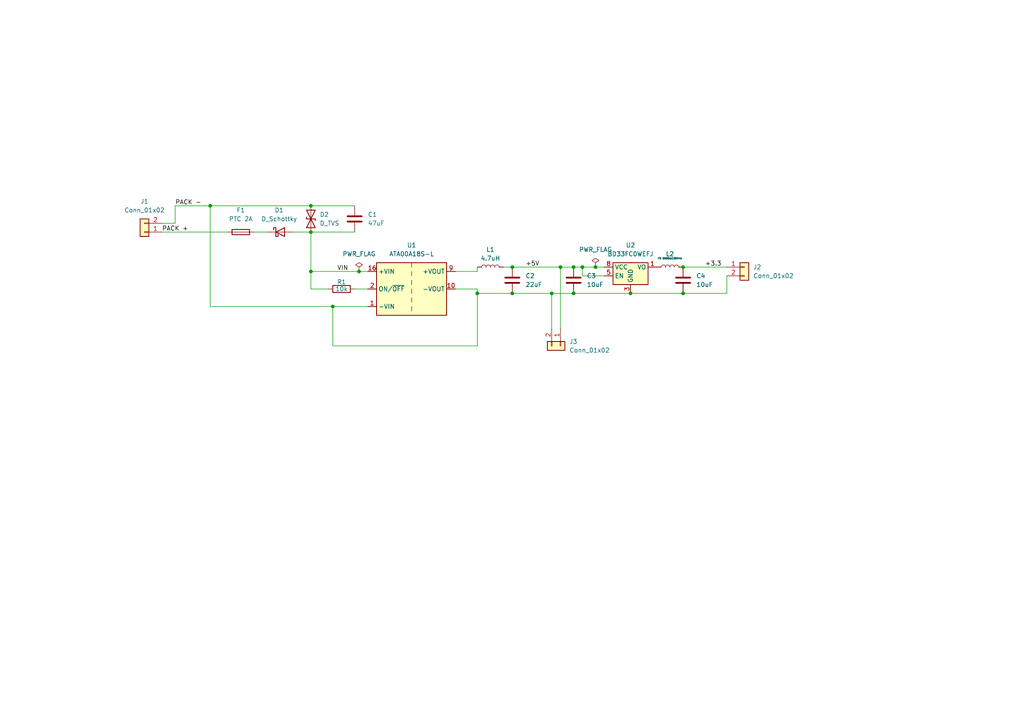
<source format=kicad_sch>
(kicad_sch
	(version 20250114)
	(generator "eeschema")
	(generator_version "9.0")
	(uuid "51163921-ff99-483c-825b-75c8d1c4a029")
	(paper "A4")
	(lib_symbols
		(symbol "Connector_Generic:Conn_01x02"
			(pin_names
				(offset 1.016)
				(hide yes)
			)
			(exclude_from_sim no)
			(in_bom yes)
			(on_board yes)
			(property "Reference" "J"
				(at 0 2.54 0)
				(effects
					(font
						(size 1.27 1.27)
					)
				)
			)
			(property "Value" "Conn_01x02"
				(at 0 -5.08 0)
				(effects
					(font
						(size 1.27 1.27)
					)
				)
			)
			(property "Footprint" ""
				(at 0 0 0)
				(effects
					(font
						(size 1.27 1.27)
					)
					(hide yes)
				)
			)
			(property "Datasheet" "~"
				(at 0 0 0)
				(effects
					(font
						(size 1.27 1.27)
					)
					(hide yes)
				)
			)
			(property "Description" "Generic connector, single row, 01x02, script generated (kicad-library-utils/schlib/autogen/connector/)"
				(at 0 0 0)
				(effects
					(font
						(size 1.27 1.27)
					)
					(hide yes)
				)
			)
			(property "ki_keywords" "connector"
				(at 0 0 0)
				(effects
					(font
						(size 1.27 1.27)
					)
					(hide yes)
				)
			)
			(property "ki_fp_filters" "Connector*:*_1x??_*"
				(at 0 0 0)
				(effects
					(font
						(size 1.27 1.27)
					)
					(hide yes)
				)
			)
			(symbol "Conn_01x02_1_1"
				(rectangle
					(start -1.27 1.27)
					(end 1.27 -3.81)
					(stroke
						(width 0.254)
						(type default)
					)
					(fill
						(type background)
					)
				)
				(rectangle
					(start -1.27 0.127)
					(end 0 -0.127)
					(stroke
						(width 0.1524)
						(type default)
					)
					(fill
						(type none)
					)
				)
				(rectangle
					(start -1.27 -2.413)
					(end 0 -2.667)
					(stroke
						(width 0.1524)
						(type default)
					)
					(fill
						(type none)
					)
				)
				(pin passive line
					(at -5.08 0 0)
					(length 3.81)
					(name "Pin_1"
						(effects
							(font
								(size 1.27 1.27)
							)
						)
					)
					(number "1"
						(effects
							(font
								(size 1.27 1.27)
							)
						)
					)
				)
				(pin passive line
					(at -5.08 -2.54 0)
					(length 3.81)
					(name "Pin_2"
						(effects
							(font
								(size 1.27 1.27)
							)
						)
					)
					(number "2"
						(effects
							(font
								(size 1.27 1.27)
							)
						)
					)
				)
			)
			(embedded_fonts no)
		)
		(symbol "Converter_DCDC:ATA00A18S-L"
			(exclude_from_sim no)
			(in_bom yes)
			(on_board yes)
			(property "Reference" "U"
				(at 0 11.43 0)
				(effects
					(font
						(size 1.27 1.27)
					)
				)
			)
			(property "Value" "ATA00A18S-L"
				(at 0 8.89 0)
				(effects
					(font
						(size 1.27 1.27)
					)
				)
			)
			(property "Footprint" "Converter_DCDC:Converter_DCDC_Artesyn_ATA_SMD"
				(at 0 -8.89 0)
				(effects
					(font
						(size 1.27 1.27)
						(italic yes)
					)
					(hide yes)
				)
			)
			(property "Datasheet" "https://www.artesyn.com/power/assets/ata_series_ds_01apr2015_79c25814fd.pdf"
				(at 0 -11.43 0)
				(effects
					(font
						(size 1.27 1.27)
					)
					(hide yes)
				)
			)
			(property "Description" "Artesyn 3W Isolated DC/DC Converter Module, 5V Output Voltage, 9-36V Input Voltage"
				(at 0 0 0)
				(effects
					(font
						(size 1.27 1.27)
					)
					(hide yes)
				)
			)
			(property "ki_keywords" "DC/DC converter single"
				(at 0 0 0)
				(effects
					(font
						(size 1.27 1.27)
					)
					(hide yes)
				)
			)
			(property "ki_fp_filters" "*Artesyn*ATA*SMD*"
				(at 0 0 0)
				(effects
					(font
						(size 1.27 1.27)
					)
					(hide yes)
				)
			)
			(symbol "ATA00A18S-L_0_1"
				(rectangle
					(start -10.16 7.62)
					(end 10.16 -7.62)
					(stroke
						(width 0.254)
						(type default)
					)
					(fill
						(type background)
					)
				)
				(polyline
					(pts
						(xy 0 7.62) (xy 0 6.35)
					)
					(stroke
						(width 0)
						(type default)
					)
					(fill
						(type none)
					)
				)
				(polyline
					(pts
						(xy 0 5.08) (xy 0 3.81)
					)
					(stroke
						(width 0)
						(type default)
					)
					(fill
						(type none)
					)
				)
				(polyline
					(pts
						(xy 0 2.54) (xy 0 1.27)
					)
					(stroke
						(width 0)
						(type default)
					)
					(fill
						(type none)
					)
				)
				(polyline
					(pts
						(xy 0 0) (xy 0 -1.27)
					)
					(stroke
						(width 0)
						(type default)
					)
					(fill
						(type none)
					)
				)
				(polyline
					(pts
						(xy 0 -2.54) (xy 0 -3.81)
					)
					(stroke
						(width 0)
						(type default)
					)
					(fill
						(type none)
					)
				)
				(polyline
					(pts
						(xy 0 -5.08) (xy 0 -6.35)
					)
					(stroke
						(width 0)
						(type default)
					)
					(fill
						(type none)
					)
				)
			)
			(symbol "ATA00A18S-L_1_1"
				(pin power_in line
					(at -12.7 5.08 0)
					(length 2.54)
					(name "+VIN"
						(effects
							(font
								(size 1.27 1.27)
							)
						)
					)
					(number "16"
						(effects
							(font
								(size 1.27 1.27)
							)
						)
					)
				)
				(pin input line
					(at -12.7 0 0)
					(length 2.54)
					(name "ON/~{OFF}"
						(effects
							(font
								(size 1.27 1.27)
							)
						)
					)
					(number "2"
						(effects
							(font
								(size 1.27 1.27)
							)
						)
					)
				)
				(pin power_in line
					(at -12.7 -5.08 0)
					(length 2.54)
					(name "-VIN"
						(effects
							(font
								(size 1.27 1.27)
							)
						)
					)
					(number "1"
						(effects
							(font
								(size 1.27 1.27)
							)
						)
					)
				)
				(pin no_connect line
					(at 10.16 -2.54 180)
					(length 2.54)
					(hide yes)
					(name "NC"
						(effects
							(font
								(size 1.27 1.27)
							)
						)
					)
					(number "7"
						(effects
							(font
								(size 1.27 1.27)
							)
						)
					)
				)
				(pin no_connect line
					(at 10.16 -5.08 180)
					(length 2.54)
					(hide yes)
					(name "NC"
						(effects
							(font
								(size 1.27 1.27)
							)
						)
					)
					(number "8"
						(effects
							(font
								(size 1.27 1.27)
							)
						)
					)
				)
				(pin power_out line
					(at 12.7 5.08 180)
					(length 2.54)
					(name "+VOUT"
						(effects
							(font
								(size 1.27 1.27)
							)
						)
					)
					(number "9"
						(effects
							(font
								(size 1.27 1.27)
							)
						)
					)
				)
				(pin power_out line
					(at 12.7 0 180)
					(length 2.54)
					(name "-VOUT"
						(effects
							(font
								(size 1.27 1.27)
							)
						)
					)
					(number "10"
						(effects
							(font
								(size 1.27 1.27)
							)
						)
					)
				)
			)
			(embedded_fonts no)
		)
		(symbol "Device:C"
			(pin_numbers
				(hide yes)
			)
			(pin_names
				(offset 0.254)
			)
			(exclude_from_sim no)
			(in_bom yes)
			(on_board yes)
			(property "Reference" "C"
				(at 0.635 2.54 0)
				(effects
					(font
						(size 1.27 1.27)
					)
					(justify left)
				)
			)
			(property "Value" "C"
				(at 0.635 -2.54 0)
				(effects
					(font
						(size 1.27 1.27)
					)
					(justify left)
				)
			)
			(property "Footprint" ""
				(at 0.9652 -3.81 0)
				(effects
					(font
						(size 1.27 1.27)
					)
					(hide yes)
				)
			)
			(property "Datasheet" "~"
				(at 0 0 0)
				(effects
					(font
						(size 1.27 1.27)
					)
					(hide yes)
				)
			)
			(property "Description" "Unpolarized capacitor"
				(at 0 0 0)
				(effects
					(font
						(size 1.27 1.27)
					)
					(hide yes)
				)
			)
			(property "ki_keywords" "cap capacitor"
				(at 0 0 0)
				(effects
					(font
						(size 1.27 1.27)
					)
					(hide yes)
				)
			)
			(property "ki_fp_filters" "C_*"
				(at 0 0 0)
				(effects
					(font
						(size 1.27 1.27)
					)
					(hide yes)
				)
			)
			(symbol "C_0_1"
				(polyline
					(pts
						(xy -2.032 0.762) (xy 2.032 0.762)
					)
					(stroke
						(width 0.508)
						(type default)
					)
					(fill
						(type none)
					)
				)
				(polyline
					(pts
						(xy -2.032 -0.762) (xy 2.032 -0.762)
					)
					(stroke
						(width 0.508)
						(type default)
					)
					(fill
						(type none)
					)
				)
			)
			(symbol "C_1_1"
				(pin passive line
					(at 0 3.81 270)
					(length 2.794)
					(name "~"
						(effects
							(font
								(size 1.27 1.27)
							)
						)
					)
					(number "1"
						(effects
							(font
								(size 1.27 1.27)
							)
						)
					)
				)
				(pin passive line
					(at 0 -3.81 90)
					(length 2.794)
					(name "~"
						(effects
							(font
								(size 1.27 1.27)
							)
						)
					)
					(number "2"
						(effects
							(font
								(size 1.27 1.27)
							)
						)
					)
				)
			)
			(embedded_fonts no)
		)
		(symbol "Device:D_Schottky"
			(pin_numbers
				(hide yes)
			)
			(pin_names
				(offset 1.016)
				(hide yes)
			)
			(exclude_from_sim no)
			(in_bom yes)
			(on_board yes)
			(property "Reference" "D"
				(at 0 2.54 0)
				(effects
					(font
						(size 1.27 1.27)
					)
				)
			)
			(property "Value" "D_Schottky"
				(at 0 -2.54 0)
				(effects
					(font
						(size 1.27 1.27)
					)
				)
			)
			(property "Footprint" ""
				(at 0 0 0)
				(effects
					(font
						(size 1.27 1.27)
					)
					(hide yes)
				)
			)
			(property "Datasheet" "~"
				(at 0 0 0)
				(effects
					(font
						(size 1.27 1.27)
					)
					(hide yes)
				)
			)
			(property "Description" "Schottky diode"
				(at 0 0 0)
				(effects
					(font
						(size 1.27 1.27)
					)
					(hide yes)
				)
			)
			(property "ki_keywords" "diode Schottky"
				(at 0 0 0)
				(effects
					(font
						(size 1.27 1.27)
					)
					(hide yes)
				)
			)
			(property "ki_fp_filters" "TO-???* *_Diode_* *SingleDiode* D_*"
				(at 0 0 0)
				(effects
					(font
						(size 1.27 1.27)
					)
					(hide yes)
				)
			)
			(symbol "D_Schottky_0_1"
				(polyline
					(pts
						(xy -1.905 0.635) (xy -1.905 1.27) (xy -1.27 1.27) (xy -1.27 -1.27) (xy -0.635 -1.27) (xy -0.635 -0.635)
					)
					(stroke
						(width 0.254)
						(type default)
					)
					(fill
						(type none)
					)
				)
				(polyline
					(pts
						(xy 1.27 1.27) (xy 1.27 -1.27) (xy -1.27 0) (xy 1.27 1.27)
					)
					(stroke
						(width 0.254)
						(type default)
					)
					(fill
						(type none)
					)
				)
				(polyline
					(pts
						(xy 1.27 0) (xy -1.27 0)
					)
					(stroke
						(width 0)
						(type default)
					)
					(fill
						(type none)
					)
				)
			)
			(symbol "D_Schottky_1_1"
				(pin passive line
					(at -3.81 0 0)
					(length 2.54)
					(name "K"
						(effects
							(font
								(size 1.27 1.27)
							)
						)
					)
					(number "1"
						(effects
							(font
								(size 1.27 1.27)
							)
						)
					)
				)
				(pin passive line
					(at 3.81 0 180)
					(length 2.54)
					(name "A"
						(effects
							(font
								(size 1.27 1.27)
							)
						)
					)
					(number "2"
						(effects
							(font
								(size 1.27 1.27)
							)
						)
					)
				)
			)
			(embedded_fonts no)
		)
		(symbol "Device:D_TVS"
			(pin_numbers
				(hide yes)
			)
			(pin_names
				(offset 1.016)
				(hide yes)
			)
			(exclude_from_sim no)
			(in_bom yes)
			(on_board yes)
			(property "Reference" "D"
				(at 0 2.54 0)
				(effects
					(font
						(size 1.27 1.27)
					)
				)
			)
			(property "Value" "D_TVS"
				(at 0 -2.54 0)
				(effects
					(font
						(size 1.27 1.27)
					)
				)
			)
			(property "Footprint" ""
				(at 0 0 0)
				(effects
					(font
						(size 1.27 1.27)
					)
					(hide yes)
				)
			)
			(property "Datasheet" "~"
				(at 0 0 0)
				(effects
					(font
						(size 1.27 1.27)
					)
					(hide yes)
				)
			)
			(property "Description" "Bidirectional transient-voltage-suppression diode"
				(at 0 0 0)
				(effects
					(font
						(size 1.27 1.27)
					)
					(hide yes)
				)
			)
			(property "ki_keywords" "diode TVS thyrector"
				(at 0 0 0)
				(effects
					(font
						(size 1.27 1.27)
					)
					(hide yes)
				)
			)
			(property "ki_fp_filters" "TO-???* *_Diode_* *SingleDiode* D_*"
				(at 0 0 0)
				(effects
					(font
						(size 1.27 1.27)
					)
					(hide yes)
				)
			)
			(symbol "D_TVS_0_1"
				(polyline
					(pts
						(xy -2.54 1.27) (xy -2.54 -1.27) (xy 2.54 1.27) (xy 2.54 -1.27) (xy -2.54 1.27)
					)
					(stroke
						(width 0.254)
						(type default)
					)
					(fill
						(type none)
					)
				)
				(polyline
					(pts
						(xy 0.508 1.27) (xy 0 1.27) (xy 0 -1.27) (xy -0.508 -1.27)
					)
					(stroke
						(width 0.254)
						(type default)
					)
					(fill
						(type none)
					)
				)
				(polyline
					(pts
						(xy 1.27 0) (xy -1.27 0)
					)
					(stroke
						(width 0)
						(type default)
					)
					(fill
						(type none)
					)
				)
			)
			(symbol "D_TVS_1_1"
				(pin passive line
					(at -3.81 0 0)
					(length 2.54)
					(name "A1"
						(effects
							(font
								(size 1.27 1.27)
							)
						)
					)
					(number "1"
						(effects
							(font
								(size 1.27 1.27)
							)
						)
					)
				)
				(pin passive line
					(at 3.81 0 180)
					(length 2.54)
					(name "A2"
						(effects
							(font
								(size 1.27 1.27)
							)
						)
					)
					(number "2"
						(effects
							(font
								(size 1.27 1.27)
							)
						)
					)
				)
			)
			(embedded_fonts no)
		)
		(symbol "Device:Fuse"
			(pin_numbers
				(hide yes)
			)
			(pin_names
				(offset 0)
			)
			(exclude_from_sim no)
			(in_bom yes)
			(on_board yes)
			(property "Reference" "F"
				(at 2.032 0 90)
				(effects
					(font
						(size 1.27 1.27)
					)
				)
			)
			(property "Value" "Fuse"
				(at -1.905 0 90)
				(effects
					(font
						(size 1.27 1.27)
					)
				)
			)
			(property "Footprint" ""
				(at -1.778 0 90)
				(effects
					(font
						(size 1.27 1.27)
					)
					(hide yes)
				)
			)
			(property "Datasheet" "~"
				(at 0 0 0)
				(effects
					(font
						(size 1.27 1.27)
					)
					(hide yes)
				)
			)
			(property "Description" "Fuse"
				(at 0 0 0)
				(effects
					(font
						(size 1.27 1.27)
					)
					(hide yes)
				)
			)
			(property "ki_keywords" "fuse"
				(at 0 0 0)
				(effects
					(font
						(size 1.27 1.27)
					)
					(hide yes)
				)
			)
			(property "ki_fp_filters" "*Fuse*"
				(at 0 0 0)
				(effects
					(font
						(size 1.27 1.27)
					)
					(hide yes)
				)
			)
			(symbol "Fuse_0_1"
				(rectangle
					(start -0.762 -2.54)
					(end 0.762 2.54)
					(stroke
						(width 0.254)
						(type default)
					)
					(fill
						(type none)
					)
				)
				(polyline
					(pts
						(xy 0 2.54) (xy 0 -2.54)
					)
					(stroke
						(width 0)
						(type default)
					)
					(fill
						(type none)
					)
				)
			)
			(symbol "Fuse_1_1"
				(pin passive line
					(at 0 3.81 270)
					(length 1.27)
					(name "~"
						(effects
							(font
								(size 1.27 1.27)
							)
						)
					)
					(number "1"
						(effects
							(font
								(size 1.27 1.27)
							)
						)
					)
				)
				(pin passive line
					(at 0 -3.81 90)
					(length 1.27)
					(name "~"
						(effects
							(font
								(size 1.27 1.27)
							)
						)
					)
					(number "2"
						(effects
							(font
								(size 1.27 1.27)
							)
						)
					)
				)
			)
			(embedded_fonts no)
		)
		(symbol "Device:L"
			(pin_numbers
				(hide yes)
			)
			(pin_names
				(offset 1.016)
				(hide yes)
			)
			(exclude_from_sim no)
			(in_bom yes)
			(on_board yes)
			(property "Reference" "L"
				(at -1.27 0 90)
				(effects
					(font
						(size 1.27 1.27)
					)
				)
			)
			(property "Value" "L"
				(at 1.905 0 90)
				(effects
					(font
						(size 1.27 1.27)
					)
				)
			)
			(property "Footprint" ""
				(at 0 0 0)
				(effects
					(font
						(size 1.27 1.27)
					)
					(hide yes)
				)
			)
			(property "Datasheet" "~"
				(at 0 0 0)
				(effects
					(font
						(size 1.27 1.27)
					)
					(hide yes)
				)
			)
			(property "Description" "Inductor"
				(at 0 0 0)
				(effects
					(font
						(size 1.27 1.27)
					)
					(hide yes)
				)
			)
			(property "ki_keywords" "inductor choke coil reactor magnetic"
				(at 0 0 0)
				(effects
					(font
						(size 1.27 1.27)
					)
					(hide yes)
				)
			)
			(property "ki_fp_filters" "Choke_* *Coil* Inductor_* L_*"
				(at 0 0 0)
				(effects
					(font
						(size 1.27 1.27)
					)
					(hide yes)
				)
			)
			(symbol "L_0_1"
				(arc
					(start 0 2.54)
					(mid 0.6323 1.905)
					(end 0 1.27)
					(stroke
						(width 0)
						(type default)
					)
					(fill
						(type none)
					)
				)
				(arc
					(start 0 1.27)
					(mid 0.6323 0.635)
					(end 0 0)
					(stroke
						(width 0)
						(type default)
					)
					(fill
						(type none)
					)
				)
				(arc
					(start 0 0)
					(mid 0.6323 -0.635)
					(end 0 -1.27)
					(stroke
						(width 0)
						(type default)
					)
					(fill
						(type none)
					)
				)
				(arc
					(start 0 -1.27)
					(mid 0.6323 -1.905)
					(end 0 -2.54)
					(stroke
						(width 0)
						(type default)
					)
					(fill
						(type none)
					)
				)
			)
			(symbol "L_1_1"
				(pin passive line
					(at 0 3.81 270)
					(length 1.27)
					(name "1"
						(effects
							(font
								(size 1.27 1.27)
							)
						)
					)
					(number "1"
						(effects
							(font
								(size 1.27 1.27)
							)
						)
					)
				)
				(pin passive line
					(at 0 -3.81 90)
					(length 1.27)
					(name "2"
						(effects
							(font
								(size 1.27 1.27)
							)
						)
					)
					(number "2"
						(effects
							(font
								(size 1.27 1.27)
							)
						)
					)
				)
			)
			(embedded_fonts no)
		)
		(symbol "Device:R"
			(pin_numbers
				(hide yes)
			)
			(pin_names
				(offset 0)
			)
			(exclude_from_sim no)
			(in_bom yes)
			(on_board yes)
			(property "Reference" "R"
				(at 2.032 0 90)
				(effects
					(font
						(size 1.27 1.27)
					)
				)
			)
			(property "Value" "R"
				(at 0 0 90)
				(effects
					(font
						(size 1.27 1.27)
					)
				)
			)
			(property "Footprint" ""
				(at -1.778 0 90)
				(effects
					(font
						(size 1.27 1.27)
					)
					(hide yes)
				)
			)
			(property "Datasheet" "~"
				(at 0 0 0)
				(effects
					(font
						(size 1.27 1.27)
					)
					(hide yes)
				)
			)
			(property "Description" "Resistor"
				(at 0 0 0)
				(effects
					(font
						(size 1.27 1.27)
					)
					(hide yes)
				)
			)
			(property "ki_keywords" "R res resistor"
				(at 0 0 0)
				(effects
					(font
						(size 1.27 1.27)
					)
					(hide yes)
				)
			)
			(property "ki_fp_filters" "R_*"
				(at 0 0 0)
				(effects
					(font
						(size 1.27 1.27)
					)
					(hide yes)
				)
			)
			(symbol "R_0_1"
				(rectangle
					(start -1.016 -2.54)
					(end 1.016 2.54)
					(stroke
						(width 0.254)
						(type default)
					)
					(fill
						(type none)
					)
				)
			)
			(symbol "R_1_1"
				(pin passive line
					(at 0 3.81 270)
					(length 1.27)
					(name "~"
						(effects
							(font
								(size 1.27 1.27)
							)
						)
					)
					(number "1"
						(effects
							(font
								(size 1.27 1.27)
							)
						)
					)
				)
				(pin passive line
					(at 0 -3.81 90)
					(length 1.27)
					(name "~"
						(effects
							(font
								(size 1.27 1.27)
							)
						)
					)
					(number "2"
						(effects
							(font
								(size 1.27 1.27)
							)
						)
					)
				)
			)
			(embedded_fonts no)
		)
		(symbol "Regulator_Linear:BD33FC0WEFJ"
			(exclude_from_sim no)
			(in_bom yes)
			(on_board yes)
			(property "Reference" "U"
				(at 0 7.62 0)
				(effects
					(font
						(size 1.27 1.27)
					)
				)
			)
			(property "Value" "BD33FC0WEFJ"
				(at 0 5.08 0)
				(effects
					(font
						(size 1.27 1.27)
					)
				)
			)
			(property "Footprint" "Package_SO:HTSOP-8-1EP_3.9x4.9mm_P1.27mm_EP2.4x3.2mm"
				(at 0 2.54 0)
				(effects
					(font
						(size 1.27 1.27)
					)
					(hide yes)
				)
			)
			(property "Datasheet" "https://fscdn.rohm.com/en/products/databook/datasheet/ic/power/linear_regulator/bdxxfc0wefj-e.pdf"
				(at -1.27 10.16 0)
				(effects
					(font
						(size 1.27 1.27)
					)
					(hide yes)
				)
			)
			(property "Description" "1A, 3.3V LDO regulator with OVP & TSP, with enable, HTSOP-J8"
				(at 0 0 0)
				(effects
					(font
						(size 1.27 1.27)
					)
					(hide yes)
				)
			)
			(property "ki_keywords" "linear regulator fixed positive over voltage protection thermal shutdown"
				(at 0 0 0)
				(effects
					(font
						(size 1.27 1.27)
					)
					(hide yes)
				)
			)
			(property "ki_fp_filters" "HTSOP*1EP*3.9x4.9mm*P1.27mm*"
				(at 0 0 0)
				(effects
					(font
						(size 1.27 1.27)
					)
					(hide yes)
				)
			)
			(symbol "BD33FC0WEFJ_1_1"
				(rectangle
					(start -5.08 -5.08)
					(end 5.08 1.27)
					(stroke
						(width 0.254)
						(type default)
					)
					(fill
						(type background)
					)
				)
				(pin power_in line
					(at -7.62 0 0)
					(length 2.54)
					(name "VCC"
						(effects
							(font
								(size 1.27 1.27)
							)
						)
					)
					(number "8"
						(effects
							(font
								(size 1.27 1.27)
							)
						)
					)
				)
				(pin input line
					(at -7.62 -2.54 0)
					(length 2.54)
					(name "EN"
						(effects
							(font
								(size 1.27 1.27)
							)
						)
					)
					(number "5"
						(effects
							(font
								(size 1.27 1.27)
							)
						)
					)
				)
				(pin no_connect line
					(at -3.81 -5.08 90)
					(length 2.54)
					(hide yes)
					(name "NC"
						(effects
							(font
								(size 1.27 1.27)
							)
						)
					)
					(number "4"
						(effects
							(font
								(size 1.27 1.27)
							)
						)
					)
				)
				(pin no_connect line
					(at -2.54 -5.08 90)
					(length 2.54)
					(hide yes)
					(name "NC"
						(effects
							(font
								(size 1.27 1.27)
							)
						)
					)
					(number "6"
						(effects
							(font
								(size 1.27 1.27)
							)
						)
					)
				)
				(pin no_connect line
					(at -1.27 -5.08 90)
					(length 2.54)
					(hide yes)
					(name "NC"
						(effects
							(font
								(size 1.27 1.27)
							)
						)
					)
					(number "7"
						(effects
							(font
								(size 1.27 1.27)
							)
						)
					)
				)
				(pin power_in line
					(at 0 -7.62 90)
					(length 2.54)
					(name "GND"
						(effects
							(font
								(size 1.27 1.27)
							)
						)
					)
					(number "3"
						(effects
							(font
								(size 1.27 1.27)
							)
						)
					)
				)
				(pin passive line
					(at 0 -7.62 90)
					(length 2.54)
					(hide yes)
					(name "GND"
						(effects
							(font
								(size 1.27 1.27)
							)
						)
					)
					(number "9"
						(effects
							(font
								(size 1.27 1.27)
							)
						)
					)
				)
				(pin no_connect line
					(at 5.08 -2.54 180)
					(length 2.54)
					(hide yes)
					(name "NC"
						(effects
							(font
								(size 1.27 1.27)
							)
						)
					)
					(number "2"
						(effects
							(font
								(size 1.27 1.27)
							)
						)
					)
				)
				(pin power_out line
					(at 7.62 0 180)
					(length 2.54)
					(name "VO"
						(effects
							(font
								(size 1.27 1.27)
							)
						)
					)
					(number "1"
						(effects
							(font
								(size 1.27 1.27)
							)
						)
					)
				)
			)
			(embedded_fonts no)
		)
		(symbol "power:PWR_FLAG"
			(power)
			(pin_numbers
				(hide yes)
			)
			(pin_names
				(offset 0)
				(hide yes)
			)
			(exclude_from_sim no)
			(in_bom yes)
			(on_board yes)
			(property "Reference" "#FLG"
				(at 0 1.905 0)
				(effects
					(font
						(size 1.27 1.27)
					)
					(hide yes)
				)
			)
			(property "Value" "PWR_FLAG"
				(at 0 3.81 0)
				(effects
					(font
						(size 1.27 1.27)
					)
				)
			)
			(property "Footprint" ""
				(at 0 0 0)
				(effects
					(font
						(size 1.27 1.27)
					)
					(hide yes)
				)
			)
			(property "Datasheet" "~"
				(at 0 0 0)
				(effects
					(font
						(size 1.27 1.27)
					)
					(hide yes)
				)
			)
			(property "Description" "Special symbol for telling ERC where power comes from"
				(at 0 0 0)
				(effects
					(font
						(size 1.27 1.27)
					)
					(hide yes)
				)
			)
			(property "ki_keywords" "flag power"
				(at 0 0 0)
				(effects
					(font
						(size 1.27 1.27)
					)
					(hide yes)
				)
			)
			(symbol "PWR_FLAG_0_0"
				(pin power_out line
					(at 0 0 90)
					(length 0)
					(name "~"
						(effects
							(font
								(size 1.27 1.27)
							)
						)
					)
					(number "1"
						(effects
							(font
								(size 1.27 1.27)
							)
						)
					)
				)
			)
			(symbol "PWR_FLAG_0_1"
				(polyline
					(pts
						(xy 0 0) (xy 0 1.27) (xy -1.016 1.905) (xy 0 2.54) (xy 1.016 1.905) (xy 0 1.27)
					)
					(stroke
						(width 0)
						(type default)
					)
					(fill
						(type none)
					)
				)
			)
			(embedded_fonts no)
		)
	)
	(junction
		(at 60.96 59.69)
		(diameter 0)
		(color 0 0 0 0)
		(uuid "19ecc4d5-0a0a-4f83-959f-3709216e9cf3")
	)
	(junction
		(at 168.91 77.47)
		(diameter 0)
		(color 0 0 0 0)
		(uuid "2244a19a-fc73-4d0f-8c63-2fc35a6d693f")
	)
	(junction
		(at 148.59 77.47)
		(diameter 0)
		(color 0 0 0 0)
		(uuid "24df5b9a-f2ff-4451-9076-9edab4962aed")
	)
	(junction
		(at 90.17 67.31)
		(diameter 0)
		(color 0 0 0 0)
		(uuid "28afe6e2-9593-47d2-9f15-bb0d8da44773")
	)
	(junction
		(at 162.56 77.47)
		(diameter 0)
		(color 0 0 0 0)
		(uuid "3e618316-3d5c-46fc-9b59-e2012bafa56a")
	)
	(junction
		(at 104.14 78.74)
		(diameter 0)
		(color 0 0 0 0)
		(uuid "4b122bcd-1a94-447a-b22e-6ea8363875f8")
	)
	(junction
		(at 182.88 85.09)
		(diameter 0)
		(color 0 0 0 0)
		(uuid "4fc53d33-605f-449a-b6ac-a2399827f68c")
	)
	(junction
		(at 198.12 77.47)
		(diameter 0)
		(color 0 0 0 0)
		(uuid "5e98c081-90ff-42e1-9ff7-facf0a2e8172")
	)
	(junction
		(at 138.43 85.09)
		(diameter 0)
		(color 0 0 0 0)
		(uuid "62acfd09-924c-4199-a91b-05c46100dad1")
	)
	(junction
		(at 160.02 85.09)
		(diameter 0)
		(color 0 0 0 0)
		(uuid "7ff82589-21d3-474f-b79a-ed1c39ff64f3")
	)
	(junction
		(at 90.17 59.69)
		(diameter 0)
		(color 0 0 0 0)
		(uuid "8eae753b-ce4c-4b1c-ae4f-295e87ea4b9f")
	)
	(junction
		(at 90.17 78.74)
		(diameter 0)
		(color 0 0 0 0)
		(uuid "97aa454c-3a41-4541-8bf8-0d6bc58337f2")
	)
	(junction
		(at 198.12 85.09)
		(diameter 0)
		(color 0 0 0 0)
		(uuid "a0dc712f-eca5-4128-b78a-78c0512beb13")
	)
	(junction
		(at 172.72 77.47)
		(diameter 0)
		(color 0 0 0 0)
		(uuid "bc7ca663-fa51-46a1-9efc-7e7701c79969")
	)
	(junction
		(at 96.52 88.9)
		(diameter 0)
		(color 0 0 0 0)
		(uuid "c2464cfd-aa0e-4714-b671-9c1c4eb94eec")
	)
	(junction
		(at 166.37 85.09)
		(diameter 0)
		(color 0 0 0 0)
		(uuid "d0425f8d-5b42-4a67-9874-74154ba2bc50")
	)
	(junction
		(at 166.37 77.47)
		(diameter 0)
		(color 0 0 0 0)
		(uuid "fab38f6d-c440-4e90-b3a2-25cf4309de2d")
	)
	(junction
		(at 148.59 85.09)
		(diameter 0)
		(color 0 0 0 0)
		(uuid "fc29c38c-ea59-4731-88cb-414c1644fc01")
	)
	(wire
		(pts
			(xy 132.08 83.82) (xy 138.43 83.82)
		)
		(stroke
			(width 0)
			(type default)
		)
		(uuid "02395c32-fc51-484f-9315-422d7df7cdfc")
	)
	(wire
		(pts
			(xy 168.91 77.47) (xy 172.72 77.47)
		)
		(stroke
			(width 0)
			(type default)
		)
		(uuid "05699240-f74f-45f4-97c8-08ca392913f5")
	)
	(wire
		(pts
			(xy 138.43 100.33) (xy 138.43 85.09)
		)
		(stroke
			(width 0)
			(type default)
		)
		(uuid "0c808c44-409d-40e9-ba91-159532ff1897")
	)
	(wire
		(pts
			(xy 104.14 78.74) (xy 90.17 78.74)
		)
		(stroke
			(width 0)
			(type default)
		)
		(uuid "125a9c4c-b8dd-4c0b-984c-7c8af8204ebb")
	)
	(wire
		(pts
			(xy 90.17 67.31) (xy 102.87 67.31)
		)
		(stroke
			(width 0)
			(type default)
		)
		(uuid "133a60a1-55c1-479f-94bc-e533eeb7ae3a")
	)
	(wire
		(pts
			(xy 96.52 100.33) (xy 138.43 100.33)
		)
		(stroke
			(width 0)
			(type default)
		)
		(uuid "14266c7f-7052-42c6-9474-614c8380e332")
	)
	(wire
		(pts
			(xy 95.25 83.82) (xy 90.17 83.82)
		)
		(stroke
			(width 0)
			(type default)
		)
		(uuid "14ecd0cb-175c-4a0b-90f0-6cf5b1e19d90")
	)
	(wire
		(pts
			(xy 146.05 77.47) (xy 148.59 77.47)
		)
		(stroke
			(width 0)
			(type default)
		)
		(uuid "210f3d93-aca5-43df-9fa4-14bf350939ef")
	)
	(wire
		(pts
			(xy 172.72 77.47) (xy 175.26 77.47)
		)
		(stroke
			(width 0)
			(type default)
		)
		(uuid "2324d93b-4492-4fcf-a98d-44c3965e63c3")
	)
	(wire
		(pts
			(xy 166.37 77.47) (xy 168.91 77.47)
		)
		(stroke
			(width 0)
			(type default)
		)
		(uuid "2d2c90dd-2710-4bb0-98dd-24c86058db87")
	)
	(wire
		(pts
			(xy 160.02 85.09) (xy 160.02 95.25)
		)
		(stroke
			(width 0)
			(type default)
		)
		(uuid "2d91fcc6-86cc-4539-b032-a6ca6a6ade17")
	)
	(wire
		(pts
			(xy 77.47 67.31) (xy 73.66 67.31)
		)
		(stroke
			(width 0)
			(type default)
		)
		(uuid "33d25ebf-9ec8-48ed-8f43-a474c85b1df7")
	)
	(wire
		(pts
			(xy 160.02 85.09) (xy 166.37 85.09)
		)
		(stroke
			(width 0)
			(type default)
		)
		(uuid "3a34b21b-565f-46b2-83c1-b6a36183cbfe")
	)
	(wire
		(pts
			(xy 106.68 83.82) (xy 102.87 83.82)
		)
		(stroke
			(width 0)
			(type default)
		)
		(uuid "3ad8f3ae-e654-40b7-8644-6aee3953dee7")
	)
	(wire
		(pts
			(xy 148.59 85.09) (xy 160.02 85.09)
		)
		(stroke
			(width 0)
			(type default)
		)
		(uuid "3cfe2a72-7d0b-4741-a7cd-23cd6046c572")
	)
	(wire
		(pts
			(xy 162.56 77.47) (xy 166.37 77.47)
		)
		(stroke
			(width 0)
			(type default)
		)
		(uuid "4312df69-7628-4b04-b73e-fd3ebe5c7c48")
	)
	(wire
		(pts
			(xy 90.17 59.69) (xy 102.87 59.69)
		)
		(stroke
			(width 0)
			(type default)
		)
		(uuid "5494026f-bf10-43ea-b9a8-ee5578e2d002")
	)
	(wire
		(pts
			(xy 182.88 85.09) (xy 198.12 85.09)
		)
		(stroke
			(width 0)
			(type default)
		)
		(uuid "591b3009-8ce2-40b6-9c32-1a5c4315b680")
	)
	(wire
		(pts
			(xy 138.43 83.82) (xy 138.43 85.09)
		)
		(stroke
			(width 0)
			(type default)
		)
		(uuid "59b8ada4-8eca-44b0-b9b0-53f7d8a35c72")
	)
	(wire
		(pts
			(xy 60.96 59.69) (xy 90.17 59.69)
		)
		(stroke
			(width 0)
			(type default)
		)
		(uuid "62a90182-c536-4a69-abaf-037807a779db")
	)
	(wire
		(pts
			(xy 50.8 59.69) (xy 60.96 59.69)
		)
		(stroke
			(width 0)
			(type default)
		)
		(uuid "68c2dcc6-a065-42e6-915b-99e10fe5e4a3")
	)
	(wire
		(pts
			(xy 90.17 78.74) (xy 90.17 67.31)
		)
		(stroke
			(width 0)
			(type default)
		)
		(uuid "69cdd609-5780-48da-a659-e8c7ad5bd393")
	)
	(wire
		(pts
			(xy 90.17 83.82) (xy 90.17 78.74)
		)
		(stroke
			(width 0)
			(type default)
		)
		(uuid "6ec371d4-06f7-4e3b-a356-8211cb5fd333")
	)
	(wire
		(pts
			(xy 106.68 78.74) (xy 104.14 78.74)
		)
		(stroke
			(width 0)
			(type default)
		)
		(uuid "6f405770-9690-41dc-af35-0c328970e772")
	)
	(wire
		(pts
			(xy 50.8 59.69) (xy 50.8 64.77)
		)
		(stroke
			(width 0)
			(type default)
		)
		(uuid "6f50ddb1-c1d1-4207-8ca8-d35292f7ee65")
	)
	(wire
		(pts
			(xy 198.12 77.47) (xy 210.82 77.47)
		)
		(stroke
			(width 0)
			(type default)
		)
		(uuid "71bff482-618b-41f6-a631-626ed027c13d")
	)
	(wire
		(pts
			(xy 148.59 77.47) (xy 162.56 77.47)
		)
		(stroke
			(width 0)
			(type default)
		)
		(uuid "78053afd-1d36-4bc9-8b53-f3f2275c3c7d")
	)
	(wire
		(pts
			(xy 50.8 64.77) (xy 46.99 64.77)
		)
		(stroke
			(width 0)
			(type default)
		)
		(uuid "81ac278b-3459-4c1d-8885-1d9f58a49348")
	)
	(wire
		(pts
			(xy 138.43 85.09) (xy 148.59 85.09)
		)
		(stroke
			(width 0)
			(type default)
		)
		(uuid "9b2e9c7c-6317-4386-b8f3-0f92219ebc7d")
	)
	(wire
		(pts
			(xy 175.26 80.01) (xy 168.91 80.01)
		)
		(stroke
			(width 0)
			(type default)
		)
		(uuid "9d48ada9-d502-4ea7-a6f6-04eacba9fc53")
	)
	(wire
		(pts
			(xy 96.52 88.9) (xy 60.96 88.9)
		)
		(stroke
			(width 0)
			(type default)
		)
		(uuid "9f757194-308d-4d48-b3cc-cba96cab1d34")
	)
	(wire
		(pts
			(xy 132.08 78.74) (xy 138.43 78.74)
		)
		(stroke
			(width 0)
			(type default)
		)
		(uuid "9f972213-8830-4655-957b-46f70092b587")
	)
	(wire
		(pts
			(xy 85.09 67.31) (xy 90.17 67.31)
		)
		(stroke
			(width 0)
			(type default)
		)
		(uuid "a045c7ef-c3a1-4fce-8297-e66414cca795")
	)
	(wire
		(pts
			(xy 166.37 85.09) (xy 182.88 85.09)
		)
		(stroke
			(width 0)
			(type default)
		)
		(uuid "b14220a7-f201-4c28-b190-805d4aac5fcd")
	)
	(wire
		(pts
			(xy 138.43 78.74) (xy 138.43 77.47)
		)
		(stroke
			(width 0)
			(type default)
		)
		(uuid "bb147a42-8b3a-479a-a99f-b54140755c45")
	)
	(wire
		(pts
			(xy 96.52 88.9) (xy 96.52 100.33)
		)
		(stroke
			(width 0)
			(type default)
		)
		(uuid "c380817c-a73e-44c7-a4c0-8ced9867b7eb")
	)
	(wire
		(pts
			(xy 106.68 88.9) (xy 96.52 88.9)
		)
		(stroke
			(width 0)
			(type default)
		)
		(uuid "c38b3345-76c5-4648-8f45-59fc6f1328ee")
	)
	(wire
		(pts
			(xy 60.96 88.9) (xy 60.96 59.69)
		)
		(stroke
			(width 0)
			(type default)
		)
		(uuid "d2921451-dfa0-4b36-806d-9502eded42ca")
	)
	(wire
		(pts
			(xy 162.56 95.25) (xy 162.56 77.47)
		)
		(stroke
			(width 0)
			(type default)
		)
		(uuid "d5c7dd12-2f00-497e-bdf1-50c68c2fd7ac")
	)
	(wire
		(pts
			(xy 210.82 80.01) (xy 210.82 85.09)
		)
		(stroke
			(width 0)
			(type default)
		)
		(uuid "da585ef1-3438-4d66-800a-976e8d62a254")
	)
	(wire
		(pts
			(xy 198.12 85.09) (xy 210.82 85.09)
		)
		(stroke
			(width 0)
			(type default)
		)
		(uuid "e6010a10-5d4a-4eca-99c6-cfa1c8ae2952")
	)
	(wire
		(pts
			(xy 168.91 80.01) (xy 168.91 77.47)
		)
		(stroke
			(width 0)
			(type default)
		)
		(uuid "ed91a507-a7be-4cf2-b5a7-e269a0d726d8")
	)
	(wire
		(pts
			(xy 46.99 67.31) (xy 66.04 67.31)
		)
		(stroke
			(width 0)
			(type default)
		)
		(uuid "f0750375-d7e1-4f3e-bbdc-00a7de0bd47c")
	)
	(label "+3.3 "
		(at 204.47 77.47 0)
		(effects
			(font
				(size 1.27 1.27)
			)
			(justify left bottom)
		)
		(uuid "79e9629e-cf55-4ef6-9406-5819cfbb9f43")
	)
	(label "+5V"
		(at 152.4 77.47 0)
		(effects
			(font
				(size 1.27 1.27)
			)
			(justify left bottom)
		)
		(uuid "a80f3ef8-d700-4fb4-b699-b55065701adb")
	)
	(label "PACK -"
		(at 50.8 59.69 0)
		(effects
			(font
				(size 1.27 1.27)
			)
			(justify left bottom)
		)
		(uuid "b2bd98d6-0b20-4909-8901-704af3f06447")
	)
	(label "VIN"
		(at 97.79 78.74 0)
		(effects
			(font
				(size 1.27 1.27)
			)
			(justify left bottom)
		)
		(uuid "bc1064bc-22a9-4092-8c6b-9a4a57e6f039")
	)
	(label "PACK +"
		(at 46.99 67.31 0)
		(effects
			(font
				(size 1.27 1.27)
			)
			(justify left bottom)
		)
		(uuid "fbdc9bff-4e84-4f38-89fc-7edb5ed615b4")
	)
	(symbol
		(lib_id "Connector_Generic:Conn_01x02")
		(at 215.9 77.47 0)
		(unit 1)
		(exclude_from_sim no)
		(in_bom yes)
		(on_board yes)
		(dnp no)
		(fields_autoplaced yes)
		(uuid "0bfdc484-f71d-482c-8ca3-c2eb2919129c")
		(property "Reference" "J2"
			(at 218.44 77.4699 0)
			(effects
				(font
					(size 1.27 1.27)
				)
				(justify left)
			)
		)
		(property "Value" "Conn_01x02"
			(at 218.44 80.0099 0)
			(effects
				(font
					(size 1.27 1.27)
				)
				(justify left)
			)
		)
		(property "Footprint" ""
			(at 215.9 77.47 0)
			(effects
				(font
					(size 1.27 1.27)
				)
				(hide yes)
			)
		)
		(property "Datasheet" "~"
			(at 215.9 77.47 0)
			(effects
				(font
					(size 1.27 1.27)
				)
				(hide yes)
			)
		)
		(property "Description" "Generic connector, single row, 01x02, script generated (kicad-library-utils/schlib/autogen/connector/)"
			(at 215.9 77.47 0)
			(effects
				(font
					(size 1.27 1.27)
				)
				(hide yes)
			)
		)
		(pin "1"
			(uuid "d8c2c034-11a8-4682-8561-139b15dffb2f")
		)
		(pin "2"
			(uuid "9d5db487-951b-45b7-ab07-850c32c49ee1")
		)
		(instances
			(project "Task 2 Regulated output"
				(path "/51163921-ff99-483c-825b-75c8d1c4a029"
					(reference "J2")
					(unit 1)
				)
			)
		)
	)
	(symbol
		(lib_id "Device:L")
		(at 142.24 77.47 90)
		(unit 1)
		(exclude_from_sim no)
		(in_bom yes)
		(on_board yes)
		(dnp no)
		(fields_autoplaced yes)
		(uuid "28cddf02-ba5c-4aa7-8e0f-f697cf960f44")
		(property "Reference" "L1"
			(at 142.24 72.39 90)
			(effects
				(font
					(size 1.27 1.27)
				)
			)
		)
		(property "Value" "4.7uH"
			(at 142.24 74.93 90)
			(effects
				(font
					(size 1.27 1.27)
				)
			)
		)
		(property "Footprint" ""
			(at 142.24 77.47 0)
			(effects
				(font
					(size 1.27 1.27)
				)
				(hide yes)
			)
		)
		(property "Datasheet" "~"
			(at 142.24 77.47 0)
			(effects
				(font
					(size 1.27 1.27)
				)
				(hide yes)
			)
		)
		(property "Description" "Inductor"
			(at 142.24 77.47 0)
			(effects
				(font
					(size 1.27 1.27)
				)
				(hide yes)
			)
		)
		(pin "2"
			(uuid "5dd1884b-3f55-4669-b85e-a6f59d430b47")
		)
		(pin "1"
			(uuid "4a37c487-2cc6-4795-99c4-6967d5e1e604")
		)
		(instances
			(project ""
				(path "/51163921-ff99-483c-825b-75c8d1c4a029"
					(reference "L1")
					(unit 1)
				)
			)
		)
	)
	(symbol
		(lib_id "Device:C")
		(at 102.87 63.5 0)
		(unit 1)
		(exclude_from_sim no)
		(in_bom yes)
		(on_board yes)
		(dnp no)
		(fields_autoplaced yes)
		(uuid "316653c8-1c34-4b0d-9e10-0f13782e3556")
		(property "Reference" "C1"
			(at 106.68 62.2299 0)
			(effects
				(font
					(size 1.27 1.27)
				)
				(justify left)
			)
		)
		(property "Value" "47uF"
			(at 106.68 64.7699 0)
			(effects
				(font
					(size 1.27 1.27)
				)
				(justify left)
			)
		)
		(property "Footprint" ""
			(at 103.8352 67.31 0)
			(effects
				(font
					(size 1.27 1.27)
				)
				(hide yes)
			)
		)
		(property "Datasheet" "~"
			(at 102.87 63.5 0)
			(effects
				(font
					(size 1.27 1.27)
				)
				(hide yes)
			)
		)
		(property "Description" "Unpolarized capacitor"
			(at 102.87 63.5 0)
			(effects
				(font
					(size 1.27 1.27)
				)
				(hide yes)
			)
		)
		(pin "2"
			(uuid "696edc13-3d36-47a8-953f-8c3fe30423b1")
		)
		(pin "1"
			(uuid "6b2df013-1ff6-40fe-8622-5819bca6a7cb")
		)
		(instances
			(project ""
				(path "/51163921-ff99-483c-825b-75c8d1c4a029"
					(reference "C1")
					(unit 1)
				)
			)
		)
	)
	(symbol
		(lib_id "Device:C")
		(at 166.37 81.28 0)
		(unit 1)
		(exclude_from_sim no)
		(in_bom yes)
		(on_board yes)
		(dnp no)
		(uuid "474c9245-67fa-46bd-8fe5-8a2b8d83fc11")
		(property "Reference" "C3"
			(at 170.18 80.0099 0)
			(effects
				(font
					(size 1.27 1.27)
				)
				(justify left)
			)
		)
		(property "Value" "10uF"
			(at 170.18 82.5499 0)
			(effects
				(font
					(size 1.27 1.27)
				)
				(justify left)
			)
		)
		(property "Footprint" ""
			(at 167.3352 85.09 0)
			(effects
				(font
					(size 1.27 1.27)
				)
				(hide yes)
			)
		)
		(property "Datasheet" "~"
			(at 166.37 81.28 0)
			(effects
				(font
					(size 1.27 1.27)
				)
				(hide yes)
			)
		)
		(property "Description" "Unpolarized capacitor"
			(at 166.37 81.28 0)
			(effects
				(font
					(size 1.27 1.27)
				)
				(hide yes)
			)
		)
		(pin "1"
			(uuid "1f75b53e-7b01-49be-81c6-13634be433a4")
		)
		(pin "2"
			(uuid "f79764a6-6357-4e79-aa3c-bb1758c09683")
		)
		(instances
			(project ""
				(path "/51163921-ff99-483c-825b-75c8d1c4a029"
					(reference "C3")
					(unit 1)
				)
			)
		)
	)
	(symbol
		(lib_id "power:PWR_FLAG")
		(at 172.72 77.47 0)
		(unit 1)
		(exclude_from_sim no)
		(in_bom yes)
		(on_board yes)
		(dnp no)
		(fields_autoplaced yes)
		(uuid "5da44b30-0fe5-4bdf-817d-7aa010c9290e")
		(property "Reference" "#FLG02"
			(at 172.72 75.565 0)
			(effects
				(font
					(size 1.27 1.27)
				)
				(hide yes)
			)
		)
		(property "Value" "PWR_FLAG"
			(at 172.72 72.39 0)
			(effects
				(font
					(size 1.27 1.27)
				)
			)
		)
		(property "Footprint" ""
			(at 172.72 77.47 0)
			(effects
				(font
					(size 1.27 1.27)
				)
				(hide yes)
			)
		)
		(property "Datasheet" "~"
			(at 172.72 77.47 0)
			(effects
				(font
					(size 1.27 1.27)
				)
				(hide yes)
			)
		)
		(property "Description" "Special symbol for telling ERC where power comes from"
			(at 172.72 77.47 0)
			(effects
				(font
					(size 1.27 1.27)
				)
				(hide yes)
			)
		)
		(pin "1"
			(uuid "ddf0e74a-0368-4134-93ec-19201739bf88")
		)
		(instances
			(project ""
				(path "/51163921-ff99-483c-825b-75c8d1c4a029"
					(reference "#FLG02")
					(unit 1)
				)
			)
		)
	)
	(symbol
		(lib_id "Device:Fuse")
		(at 69.85 67.31 90)
		(unit 1)
		(exclude_from_sim no)
		(in_bom yes)
		(on_board yes)
		(dnp no)
		(fields_autoplaced yes)
		(uuid "5db8b208-54d5-4c04-97c0-80f625efb6ca")
		(property "Reference" "F1"
			(at 69.85 60.96 90)
			(effects
				(font
					(size 1.27 1.27)
				)
			)
		)
		(property "Value" "PTC 2A"
			(at 69.85 63.5 90)
			(effects
				(font
					(size 1.27 1.27)
				)
			)
		)
		(property "Footprint" ""
			(at 69.85 69.088 90)
			(effects
				(font
					(size 1.27 1.27)
				)
				(hide yes)
			)
		)
		(property "Datasheet" "~"
			(at 69.85 67.31 0)
			(effects
				(font
					(size 1.27 1.27)
				)
				(hide yes)
			)
		)
		(property "Description" "Fuse"
			(at 69.85 67.31 0)
			(effects
				(font
					(size 1.27 1.27)
				)
				(hide yes)
			)
		)
		(pin "1"
			(uuid "cd543736-f4dd-434e-ab02-84621eaece27")
		)
		(pin "2"
			(uuid "68ba515c-acc3-4f30-ae38-bb646601ca78")
		)
		(instances
			(project ""
				(path "/51163921-ff99-483c-825b-75c8d1c4a029"
					(reference "F1")
					(unit 1)
				)
			)
		)
	)
	(symbol
		(lib_id "Device:C")
		(at 198.12 81.28 0)
		(unit 1)
		(exclude_from_sim no)
		(in_bom yes)
		(on_board yes)
		(dnp no)
		(fields_autoplaced yes)
		(uuid "8261d332-09a3-48d4-8378-0dbf222c4d44")
		(property "Reference" "C4"
			(at 201.93 80.0099 0)
			(effects
				(font
					(size 1.27 1.27)
				)
				(justify left)
			)
		)
		(property "Value" "10uF"
			(at 201.93 82.5499 0)
			(effects
				(font
					(size 1.27 1.27)
				)
				(justify left)
			)
		)
		(property "Footprint" ""
			(at 199.0852 85.09 0)
			(effects
				(font
					(size 1.27 1.27)
				)
				(hide yes)
			)
		)
		(property "Datasheet" "~"
			(at 198.12 81.28 0)
			(effects
				(font
					(size 1.27 1.27)
				)
				(hide yes)
			)
		)
		(property "Description" "Unpolarized capacitor"
			(at 198.12 81.28 0)
			(effects
				(font
					(size 1.27 1.27)
				)
				(hide yes)
			)
		)
		(pin "1"
			(uuid "a0cc8081-6fbc-4dfb-a679-ad0b1c8d7850")
		)
		(pin "2"
			(uuid "7c306b73-2618-43eb-84b7-2fc047cfbe7d")
		)
		(instances
			(project "Task 2 Regulated output"
				(path "/51163921-ff99-483c-825b-75c8d1c4a029"
					(reference "C4")
					(unit 1)
				)
			)
		)
	)
	(symbol
		(lib_id "Device:L")
		(at 194.31 77.47 90)
		(unit 1)
		(exclude_from_sim no)
		(in_bom yes)
		(on_board yes)
		(dnp no)
		(fields_autoplaced yes)
		(uuid "8f040d29-0934-4837-b86f-60e1bec40527")
		(property "Reference" "L2"
			(at 194.31 73.66 90)
			(effects
				(font
					(size 1.27 1.27)
				)
			)
		)
		(property "Value" "FB 600Ω@100MHz"
			(at 194.31 74.93 90)
			(effects
				(font
					(size 0.508 0.508)
				)
			)
		)
		(property "Footprint" ""
			(at 194.31 77.47 0)
			(effects
				(font
					(size 1.27 1.27)
				)
				(hide yes)
			)
		)
		(property "Datasheet" "~"
			(at 194.31 77.47 0)
			(effects
				(font
					(size 1.27 1.27)
				)
				(hide yes)
			)
		)
		(property "Description" "Inductor"
			(at 194.31 77.47 0)
			(effects
				(font
					(size 1.27 1.27)
				)
				(hide yes)
			)
		)
		(pin "2"
			(uuid "30b5d7b6-afa2-477c-bd32-a2b5c043703a")
		)
		(pin "1"
			(uuid "dbb05ccc-b494-413a-957b-a13a6daf975f")
		)
		(instances
			(project "Task 2 Regulated output"
				(path "/51163921-ff99-483c-825b-75c8d1c4a029"
					(reference "L2")
					(unit 1)
				)
			)
		)
	)
	(symbol
		(lib_id "Regulator_Linear:BD33FC0WEFJ")
		(at 182.88 77.47 0)
		(unit 1)
		(exclude_from_sim no)
		(in_bom yes)
		(on_board yes)
		(dnp no)
		(fields_autoplaced yes)
		(uuid "95915c84-bdcd-4fc2-881c-649dd5fe3bf7")
		(property "Reference" "U2"
			(at 182.88 71.12 0)
			(effects
				(font
					(size 1.27 1.27)
				)
			)
		)
		(property "Value" "BD33FC0WEFJ"
			(at 182.88 73.66 0)
			(effects
				(font
					(size 1.27 1.27)
				)
			)
		)
		(property "Footprint" "Package_SO:HTSOP-8-1EP_3.9x4.9mm_P1.27mm_EP2.4x3.2mm"
			(at 182.88 74.93 0)
			(effects
				(font
					(size 1.27 1.27)
				)
				(hide yes)
			)
		)
		(property "Datasheet" "https://fscdn.rohm.com/en/products/databook/datasheet/ic/power/linear_regulator/bdxxfc0wefj-e.pdf"
			(at 181.61 67.31 0)
			(effects
				(font
					(size 1.27 1.27)
				)
				(hide yes)
			)
		)
		(property "Description" "1A, 3.3V LDO regulator with OVP & TSP, with enable, HTSOP-J8"
			(at 182.88 77.47 0)
			(effects
				(font
					(size 1.27 1.27)
				)
				(hide yes)
			)
		)
		(pin "2"
			(uuid "679b7f78-28ca-49bb-a25e-bf61dbbc476d")
		)
		(pin "5"
			(uuid "cdb61845-6f38-4104-8316-601b68dbe9f5")
		)
		(pin "8"
			(uuid "644027cc-2785-4af8-95e0-0bfa60b23c0f")
		)
		(pin "3"
			(uuid "1173478f-74fe-4aff-9628-05b36b8b39df")
		)
		(pin "6"
			(uuid "2f7464c3-3c7a-47d9-a0ff-063e39166a74")
		)
		(pin "7"
			(uuid "a20831ef-cf75-4e6c-a2ac-d3660d788707")
		)
		(pin "9"
			(uuid "8ce0fefc-9367-41f1-8875-196c467657ca")
		)
		(pin "4"
			(uuid "e8713728-7bcb-4ae3-b208-0e960c6033d4")
		)
		(pin "1"
			(uuid "593abb80-8998-4e69-97cc-2b6b996bf769")
		)
		(instances
			(project ""
				(path "/51163921-ff99-483c-825b-75c8d1c4a029"
					(reference "U2")
					(unit 1)
				)
			)
		)
	)
	(symbol
		(lib_id "Device:D_TVS")
		(at 90.17 63.5 270)
		(unit 1)
		(exclude_from_sim no)
		(in_bom yes)
		(on_board yes)
		(dnp no)
		(fields_autoplaced yes)
		(uuid "a41ba403-24ce-42b4-a9ee-b318b84fdff3")
		(property "Reference" "D2"
			(at 92.71 62.2299 90)
			(effects
				(font
					(size 1.27 1.27)
				)
				(justify left)
			)
		)
		(property "Value" "D_TVS"
			(at 92.71 64.7699 90)
			(effects
				(font
					(size 1.27 1.27)
				)
				(justify left)
			)
		)
		(property "Footprint" ""
			(at 90.17 63.5 0)
			(effects
				(font
					(size 1.27 1.27)
				)
				(hide yes)
			)
		)
		(property "Datasheet" "~"
			(at 90.17 63.5 0)
			(effects
				(font
					(size 1.27 1.27)
				)
				(hide yes)
			)
		)
		(property "Description" "Bidirectional transient-voltage-suppression diode"
			(at 90.17 63.5 0)
			(effects
				(font
					(size 1.27 1.27)
				)
				(hide yes)
			)
		)
		(pin "1"
			(uuid "8ff3d9e8-cccb-4b9f-9f02-0d06cd7c146a")
		)
		(pin "2"
			(uuid "032180d3-e8b2-42cb-93df-c1d4932484ab")
		)
		(instances
			(project ""
				(path "/51163921-ff99-483c-825b-75c8d1c4a029"
					(reference "D2")
					(unit 1)
				)
			)
		)
	)
	(symbol
		(lib_id "Connector_Generic:Conn_01x02")
		(at 41.91 67.31 180)
		(unit 1)
		(exclude_from_sim no)
		(in_bom yes)
		(on_board yes)
		(dnp no)
		(fields_autoplaced yes)
		(uuid "a9eb942a-5db6-421d-9af2-8ff2549884d4")
		(property "Reference" "J1"
			(at 41.91 58.42 0)
			(effects
				(font
					(size 1.27 1.27)
				)
			)
		)
		(property "Value" "Conn_01x02"
			(at 41.91 60.96 0)
			(effects
				(font
					(size 1.27 1.27)
				)
			)
		)
		(property "Footprint" ""
			(at 41.91 67.31 0)
			(effects
				(font
					(size 1.27 1.27)
				)
				(hide yes)
			)
		)
		(property "Datasheet" "~"
			(at 41.91 67.31 0)
			(effects
				(font
					(size 1.27 1.27)
				)
				(hide yes)
			)
		)
		(property "Description" "Generic connector, single row, 01x02, script generated (kicad-library-utils/schlib/autogen/connector/)"
			(at 41.91 67.31 0)
			(effects
				(font
					(size 1.27 1.27)
				)
				(hide yes)
			)
		)
		(pin "1"
			(uuid "80e22508-8104-47ac-9ea2-67ed9808e53a")
		)
		(pin "2"
			(uuid "9c2cb354-8b16-492f-9136-997a45a7b90b")
		)
		(instances
			(project ""
				(path "/51163921-ff99-483c-825b-75c8d1c4a029"
					(reference "J1")
					(unit 1)
				)
			)
		)
	)
	(symbol
		(lib_id "Device:C")
		(at 148.59 81.28 180)
		(unit 1)
		(exclude_from_sim no)
		(in_bom yes)
		(on_board yes)
		(dnp no)
		(fields_autoplaced yes)
		(uuid "ae5b050d-b44e-4b59-91f8-0d1fd84dd586")
		(property "Reference" "C2"
			(at 152.4 80.0099 0)
			(effects
				(font
					(size 1.27 1.27)
				)
				(justify right)
			)
		)
		(property "Value" "22uF"
			(at 152.4 82.5499 0)
			(effects
				(font
					(size 1.27 1.27)
				)
				(justify right)
			)
		)
		(property "Footprint" ""
			(at 147.6248 77.47 0)
			(effects
				(font
					(size 1.27 1.27)
				)
				(hide yes)
			)
		)
		(property "Datasheet" "~"
			(at 148.59 81.28 0)
			(effects
				(font
					(size 1.27 1.27)
				)
				(hide yes)
			)
		)
		(property "Description" "Unpolarized capacitor"
			(at 148.59 81.28 0)
			(effects
				(font
					(size 1.27 1.27)
				)
				(hide yes)
			)
		)
		(pin "1"
			(uuid "720223de-3419-41b7-a918-edb77c916ea1")
		)
		(pin "2"
			(uuid "a0aa71d1-4169-453d-973b-b0d2a1aa75a5")
		)
		(instances
			(project ""
				(path "/51163921-ff99-483c-825b-75c8d1c4a029"
					(reference "C2")
					(unit 1)
				)
			)
		)
	)
	(symbol
		(lib_id "Device:R")
		(at 99.06 83.82 90)
		(unit 1)
		(exclude_from_sim no)
		(in_bom yes)
		(on_board yes)
		(dnp no)
		(uuid "b3f8b9cf-bba1-4dbb-a589-3db3ff5aa799")
		(property "Reference" "R1"
			(at 99.06 81.788 90)
			(effects
				(font
					(size 1.27 1.27)
				)
			)
		)
		(property "Value" "10k"
			(at 99.06 83.82 90)
			(effects
				(font
					(size 1.27 1.27)
				)
			)
		)
		(property "Footprint" ""
			(at 99.06 85.598 90)
			(effects
				(font
					(size 1.27 1.27)
				)
				(hide yes)
			)
		)
		(property "Datasheet" "~"
			(at 99.06 83.82 0)
			(effects
				(font
					(size 1.27 1.27)
				)
				(hide yes)
			)
		)
		(property "Description" "Resistor"
			(at 99.06 83.82 0)
			(effects
				(font
					(size 1.27 1.27)
				)
				(hide yes)
			)
		)
		(pin "2"
			(uuid "8915bc48-ff71-4bc5-aea2-c244a4a8513f")
		)
		(pin "1"
			(uuid "c9b346c8-82de-4dc0-90f7-46a137df07fb")
		)
		(instances
			(project ""
				(path "/51163921-ff99-483c-825b-75c8d1c4a029"
					(reference "R1")
					(unit 1)
				)
			)
		)
	)
	(symbol
		(lib_id "Device:D_Schottky")
		(at 81.28 67.31 0)
		(unit 1)
		(exclude_from_sim no)
		(in_bom yes)
		(on_board yes)
		(dnp no)
		(fields_autoplaced yes)
		(uuid "d08880eb-8c3a-4e10-992d-e4d6a2a73e9b")
		(property "Reference" "D1"
			(at 80.9625 60.96 0)
			(effects
				(font
					(size 1.27 1.27)
				)
			)
		)
		(property "Value" "D_Schottky"
			(at 80.9625 63.5 0)
			(effects
				(font
					(size 1.27 1.27)
				)
			)
		)
		(property "Footprint" ""
			(at 81.28 67.31 0)
			(effects
				(font
					(size 1.27 1.27)
				)
				(hide yes)
			)
		)
		(property "Datasheet" "~"
			(at 81.28 67.31 0)
			(effects
				(font
					(size 1.27 1.27)
				)
				(hide yes)
			)
		)
		(property "Description" "Schottky diode"
			(at 81.28 67.31 0)
			(effects
				(font
					(size 1.27 1.27)
				)
				(hide yes)
			)
		)
		(pin "2"
			(uuid "255a4aa4-8ad1-47d2-a0c4-617051875147")
		)
		(pin "1"
			(uuid "eb855748-2bcf-47b9-b02e-f4c285f8ae77")
		)
		(instances
			(project ""
				(path "/51163921-ff99-483c-825b-75c8d1c4a029"
					(reference "D1")
					(unit 1)
				)
			)
		)
	)
	(symbol
		(lib_id "Converter_DCDC:ATA00A18S-L")
		(at 119.38 83.82 0)
		(unit 1)
		(exclude_from_sim no)
		(in_bom yes)
		(on_board yes)
		(dnp no)
		(fields_autoplaced yes)
		(uuid "d7362187-313a-4c17-8013-f5557a074e91")
		(property "Reference" "U1"
			(at 119.38 71.12 0)
			(effects
				(font
					(size 1.27 1.27)
				)
			)
		)
		(property "Value" "ATA00A18S-L"
			(at 119.38 73.66 0)
			(effects
				(font
					(size 1.27 1.27)
				)
			)
		)
		(property "Footprint" "Converter_DCDC:Converter_DCDC_Artesyn_ATA_SMD"
			(at 119.38 92.71 0)
			(effects
				(font
					(size 1.27 1.27)
					(italic yes)
				)
				(hide yes)
			)
		)
		(property "Datasheet" "https://www.artesyn.com/power/assets/ata_series_ds_01apr2015_79c25814fd.pdf"
			(at 119.38 95.25 0)
			(effects
				(font
					(size 1.27 1.27)
				)
				(hide yes)
			)
		)
		(property "Description" "Artesyn 3W Isolated DC/DC Converter Module, 5V Output Voltage, 9-36V Input Voltage"
			(at 119.38 83.82 0)
			(effects
				(font
					(size 1.27 1.27)
				)
				(hide yes)
			)
		)
		(pin "1"
			(uuid "b1f9cf44-8288-4ee5-b5d1-5c222fdd27d5")
		)
		(pin "8"
			(uuid "a758b946-557b-4418-b3f5-b88f26acfa0c")
		)
		(pin "16"
			(uuid "bb29546f-3f97-459a-841d-89716d61503e")
		)
		(pin "2"
			(uuid "a8f70e98-46f3-4fb2-a787-c452cc21503b")
		)
		(pin "7"
			(uuid "3788a0ef-f4de-4b40-932e-329c45c57ba7")
		)
		(pin "9"
			(uuid "ae182fba-b873-4e2e-bba8-6d544016a2cb")
		)
		(pin "10"
			(uuid "e5ad8ffb-35e1-426f-a845-a349f7c0d263")
		)
		(instances
			(project ""
				(path "/51163921-ff99-483c-825b-75c8d1c4a029"
					(reference "U1")
					(unit 1)
				)
			)
		)
	)
	(symbol
		(lib_id "Connector_Generic:Conn_01x02")
		(at 162.56 100.33 270)
		(unit 1)
		(exclude_from_sim no)
		(in_bom yes)
		(on_board yes)
		(dnp no)
		(fields_autoplaced yes)
		(uuid "ecd0ec8f-5f89-4741-ab7e-236180107d4c")
		(property "Reference" "J3"
			(at 165.1 99.0599 90)
			(effects
				(font
					(size 1.27 1.27)
				)
				(justify left)
			)
		)
		(property "Value" "Conn_01x02"
			(at 165.1 101.5999 90)
			(effects
				(font
					(size 1.27 1.27)
				)
				(justify left)
			)
		)
		(property "Footprint" ""
			(at 162.56 100.33 0)
			(effects
				(font
					(size 1.27 1.27)
				)
				(hide yes)
			)
		)
		(property "Datasheet" "~"
			(at 162.56 100.33 0)
			(effects
				(font
					(size 1.27 1.27)
				)
				(hide yes)
			)
		)
		(property "Description" "Generic connector, single row, 01x02, script generated (kicad-library-utils/schlib/autogen/connector/)"
			(at 162.56 100.33 0)
			(effects
				(font
					(size 1.27 1.27)
				)
				(hide yes)
			)
		)
		(pin "1"
			(uuid "c69413d8-2df5-4b66-a3cc-ec9ef927d35b")
		)
		(pin "2"
			(uuid "35664590-46cf-49a2-a5ab-a014367bb628")
		)
		(instances
			(project "Task 2 Regulated output"
				(path "/51163921-ff99-483c-825b-75c8d1c4a029"
					(reference "J3")
					(unit 1)
				)
			)
		)
	)
	(symbol
		(lib_id "power:PWR_FLAG")
		(at 104.14 78.74 0)
		(unit 1)
		(exclude_from_sim no)
		(in_bom yes)
		(on_board yes)
		(dnp no)
		(fields_autoplaced yes)
		(uuid "f597a0a4-b62b-42c9-9fa1-4b2aa2c0328c")
		(property "Reference" "#FLG01"
			(at 104.14 76.835 0)
			(effects
				(font
					(size 1.27 1.27)
				)
				(hide yes)
			)
		)
		(property "Value" "PWR_FLAG"
			(at 104.14 73.66 0)
			(effects
				(font
					(size 1.27 1.27)
				)
			)
		)
		(property "Footprint" ""
			(at 104.14 78.74 0)
			(effects
				(font
					(size 1.27 1.27)
				)
				(hide yes)
			)
		)
		(property "Datasheet" "~"
			(at 104.14 78.74 0)
			(effects
				(font
					(size 1.27 1.27)
				)
				(hide yes)
			)
		)
		(property "Description" "Special symbol for telling ERC where power comes from"
			(at 104.14 78.74 0)
			(effects
				(font
					(size 1.27 1.27)
				)
				(hide yes)
			)
		)
		(pin "1"
			(uuid "b261c9a0-7ed9-41d3-9487-09e6fbfd89d6")
		)
		(instances
			(project ""
				(path "/51163921-ff99-483c-825b-75c8d1c4a029"
					(reference "#FLG01")
					(unit 1)
				)
			)
		)
	)
	(sheet_instances
		(path "/"
			(page "1")
		)
	)
	(embedded_fonts no)
)

</source>
